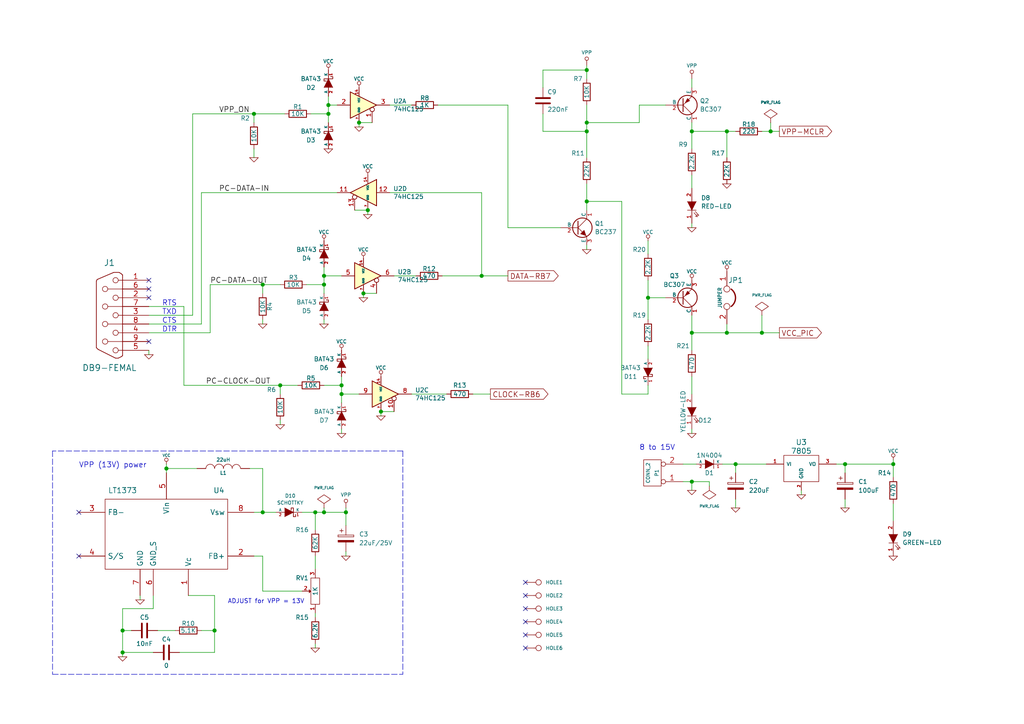
<source format=kicad_sch>
(kicad_sch (version 20240101) (generator "eeschema") (generator_version "8.99")
  (paper "A4")
  (title_block (title "JDM - COM84 PIC Programmer with 13V DC/DC converter") (date "Sun 22 Mar 2015") (rev "2") (company "KiCad"))
  (lib_symbols
    (symbol "flat_hierarchy_schlib:74LS125" (pin_names (offset 0.254))
      (property "Reference" "U" (at 5.08 3.81 0))
      (property "Value" "74LS125" (at 7.62 -2.54 0))
      (symbol "74LS125_0_0"
        (pin power_in line (at -1.27 5.08 270) (length 2.54) (name "VCC") (number "14"))
        (pin power_in line (at -1.27 -5.08 90) (length 2.54) (name "GND") (number "7"))
      )
      (symbol "74LS125_1_0"
        (polyline (pts (xy -3.81 3.81) (xy -3.81 -3.81) (xy 3.81 0) (xy -3.81 3.81)) (stroke (width 0.254)) (fill (type background)))
        (pin input inverted (at 2.54 -5.08 90) (length 4.445) (name "~") (number "1"))
        (pin input line (at -7.62 0 0) (length 3.81) (name "~") (number "2"))
        (pin tri_state line (at 7.62 0 180) (length 3.81) (name "~") (number "3"))
      )
      (symbol "74LS125_2_0"
        (polyline (pts (xy -3.81 3.81) (xy -3.81 -3.81) (xy 3.81 0) (xy -3.81 3.81)) (stroke (width 0.254)) (fill (type background)))
        (pin input inverted (at 2.54 -5.08 90) (length 4.445) (name "~") (number "4"))
        (pin input line (at -7.62 0 0) (length 3.81) (name "~") (number "5"))
        (pin tri_state line (at 7.62 0 180) (length 3.81) (name "~") (number "6"))
      )
      (symbol "74LS125_3_0"
        (polyline (pts (xy -3.81 3.81) (xy -3.81 -3.81) (xy 3.81 0) (xy -3.81 3.81)) (stroke (width 0.254)) (fill (type background)))
        (pin input inverted (at 2.54 -5.08 90) (length 4.445) (name "~") (number "10"))
        (pin tri_state line (at 7.62 0 180) (length 3.81) (name "~") (number "8"))
        (pin input line (at -7.62 0 0) (length 3.81) (name "~") (number "9"))
      )
      (symbol "74LS125_4_0"
        (polyline (pts (xy -3.81 3.81) (xy -3.81 -3.81) (xy 3.81 0) (xy -3.81 3.81)) (stroke (width 0.254)) (fill (type background)))
        (pin tri_state line (at 7.62 0 180) (length 3.81) (name "~") (number "11"))
        (pin input line (at -7.62 0 0) (length 3.81) (name "~") (number "12"))
        (pin input inverted (at 2.54 -5.08 90) (length 4.445) (name "~") (number "13"))
      )
    )
    (symbol "flat_hierarchy_schlib:7805" (pin_names (offset 0.762))
      (property "Reference" "U" (at 3.81 -4.9784 0))
      (property "Value" "7805" (at 0 5.08 0))
      (symbol "7805_0_1"
        (rectangle (start -5.08 -3.81) (end 5.08 3.81))
      )
      (symbol "7805_1_1"
        (pin input line (at -10.16 1.27 0) (length 5.08) (name "VI") (number "1"))
        (pin input line (at 0 -6.35 90) (length 2.54) (name "GND") (number "2"))
        (pin power_out line (at 10.16 1.27 180) (length 5.08) (name "VO") (number "3"))
      )
    )
    (symbol "flat_hierarchy_schlib:BC237" (pin_names (offset 0))
      (property "Reference" "Q" (at 0 -3.81 0))
      (property "Value" "BC237" (at 0 3.81 0))
      (property "Footprint" "Package_TO_SOT_THT:TO-92" (at -2.54 -5.08 0))
      (symbol "BC237_0_1"
        (polyline (pts (xy 0 0) (xy 2.54 2.54)))
        (polyline (pts (xy 0 1.905) (xy 0 -1.905) (xy 0 -1.905)) (stroke (width 0.254)))
        (polyline (pts (xy 1.27 -1.27) (xy 0 0) (xy 0 0)))
        (polyline (pts (xy 2.286 -2.286) (xy 2.54 -2.54) (xy 2.54 -2.54)))
        (polyline (pts (xy 2.286 -2.286) (xy 1.778 -0.762) (xy 0.762 -1.778) (xy 2.286 -2.286) (xy 2.286 -2.286)) (fill (type outline)))
        (circle (center 1.27 0) (radius 2.8194) (stroke (width 0.254)))
      )
      (symbol "BC237_1_1"
        (pin passive line (at 2.54 5.08 270) (length 2.54) (name "C") (number "1"))
        (pin input line (at -5.08 0 0) (length 5.08) (name "B") (number "2"))
        (pin passive line (at 2.54 -5.08 90) (length 2.54) (name "E") (number "3"))
      )
    )
    (symbol "flat_hierarchy_schlib:BC307" (pin_names (offset 0))
      (property "Reference" "Q" (at 0 -3.81 0))
      (property "Value" "BC307" (at 0 3.81 0))
      (property "Footprint" "Package_TO_SOT_THT:TO-92" (at -2.54 -5.08 0))
      (symbol "BC307_0_1"
        (polyline (pts (xy 0 0) (xy 2.54 2.54)))
        (polyline (pts (xy 0 1.905) (xy 0 -1.905) (xy 0 -1.905)) (stroke (width 0.254)) (fill (type outline)))
        (polyline (pts (xy 0.635 -0.635) (xy 0 0) (xy 0 0)))
        (polyline (pts (xy 2.54 -2.54) (xy 1.651 -1.651) (xy 1.651 -1.651)))
        (polyline (pts (xy 0.635 -0.635) (xy 1.27 -1.905) (xy 1.905 -1.27) (xy 0.635 -0.635) (xy 0.635 -0.635)) (fill (type outline)))
        (circle (center 1.27 0) (radius 2.8194) (stroke (width 0.254)))
      )
      (symbol "BC307_1_1"
        (pin passive line (at 2.54 5.08 270) (length 2.54) (name "C") (number "1"))
        (pin input line (at -5.08 0 0) (length 5.08) (name "B") (number "2"))
        (pin passive line (at 2.54 -5.08 90) (length 2.54) (name "E") (number "3"))
      )
    )
    (symbol "flat_hierarchy_schlib:C" (pin_numbers hide) (pin_names (offset 0.254))
      (property "Reference" "C" (at 0.635 2.54 0))
      (property "Value" "C" (at 0.635 -2.54 0))
      (symbol "C_0_1"
        (polyline (pts (xy -2.032 -0.762) (xy 2.032 -0.762)) (stroke (width 0.508)))
        (polyline (pts (xy -2.032 0.762) (xy 2.032 0.762)) (stroke (width 0.508)))
      )
      (symbol "C_1_1"
        (pin passive line (at 0 3.81 270) (length 2.794) (name "~") (number "1"))
        (pin passive line (at 0 -3.81 90) (length 2.794) (name "~") (number "2"))
      )
    )
    (symbol "flat_hierarchy_schlib:CONN_1" (pin_numbers hide) (pin_names (offset 0.762) hide)
      (property "Reference" "P" (at 2.032 0 0))
      (symbol "CONN_1_0_1"
        (polyline (pts (xy -0.762 0) (xy -1.27 0)))
        (circle (center 0 0) (radius 0.7874))
      )
      (symbol "CONN_1_1_1"
        (pin passive line (at -3.81 0 0) (length 2.54) (name "1") (number "~"))
      )
    )
    (symbol "flat_hierarchy_schlib:CONN_2" (pin_names (offset 1.016) hide)
      (property "Reference" "P" (at -1.27 0 90))
      (property "Value" "CONN_2" (at 1.27 0 90))
      (symbol "CONN_2_0_1"
        (rectangle (start -2.54 3.81) (end 2.54 -3.81))
      )
      (symbol "CONN_2_1_1"
        (pin passive inverted (at -8.89 2.54 0) (length 6.35) (name "P1") (number "1"))
        (pin passive inverted (at -8.89 -2.54 0) (length 6.35) (name "PM") (number "2"))
      )
    )
    (symbol "flat_hierarchy_schlib:CP" (pin_numbers hide) (pin_names (offset 0.254))
      (property "Reference" "C" (at 0.635 2.54 0))
      (property "Value" "CP" (at 0.635 -2.54 0))
      (symbol "CP_0_1"
        (rectangle (start -2.286 0.508) (end -2.286 1.016))
        (rectangle (start -2.286 0.508) (end 2.286 0.508))
        (rectangle (start -1.778 2.286) (end -0.762 2.286))
        (rectangle (start -1.27 1.778) (end -1.27 2.794))
        (rectangle (start 2.286 -0.508) (end -2.286 -1.016) (fill (type outline)))
        (rectangle (start 2.286 1.016) (end -2.286 1.016))
        (rectangle (start 2.286 1.016) (end 2.286 0.508))
      )
      (symbol "CP_1_1"
        (pin passive line (at 0 3.81 270) (length 2.794) (name "~") (number "1"))
        (pin passive line (at 0 -3.81 90) (length 2.794) (name "~") (number "2"))
      )
    )
    (symbol "flat_hierarchy_schlib:D" (pin_names (offset 0))
      (property "Reference" "D" (at 0 2.54 0))
      (property "Value" "D" (at 0 -2.54 0))
      (symbol "D_0_1"
        (polyline (pts (xy -1.27 1.27) (xy -1.27 -1.27)) (stroke (width 0.1524)))
        (polyline (pts (xy 1.27 1.27) (xy -1.27 0) (xy 1.27 -1.27)) (fill (type outline)))
      )
      (symbol "D_1_1"
        (pin passive line (at -3.81 0 0) (length 2.54) (name "K") (number "1"))
        (pin passive line (at 3.81 0 180) (length 2.54) (name "A") (number "2"))
      )
    )
    (symbol "flat_hierarchy_schlib:DB9" (pin_names (offset 1.016) hide)
      (property "Reference" "J" (at 0 13.97 0))
      (property "Value" "DB9" (at 0 -13.97 0))
      (symbol "DB9_0_1"
        (circle (center -1.778 -10.16) (radius 0.762))
        (circle (center -1.778 -5.08) (radius 0.762))
        (circle (center -1.778 0) (radius 0.762))
        (circle (center -1.778 5.08) (radius 0.762))
        (circle (center -1.778 10.16) (radius 0.762))
        (polyline (pts (xy -3.81 -11.684) (xy -3.81 11.684)) (stroke (width 0.2032)))
        (polyline (pts (xy -3.81 -11.6586) (xy -3.556 -11.938)) (stroke (width 0.2032)))
        (polyline (pts (xy -3.81 -10.16) (xy -2.54 -10.16)))
        (polyline (pts (xy -3.81 -7.62) (xy 0.508 -7.62)))
        (polyline (pts (xy -3.81 -5.08) (xy -2.54 -5.08)))
        (polyline (pts (xy -3.81 -2.54) (xy 0.508 -2.54)))
        (polyline (pts (xy -3.81 0) (xy -2.54 0)))
        (polyline (pts (xy -3.81 2.54) (xy 0.508 2.54)))
        (polyline (pts (xy -3.81 5.08) (xy -2.54 5.08)))
        (polyline (pts (xy -3.81 7.62) (xy 0.508 7.62)))
        (polyline (pts (xy -3.81 10.16) (xy -2.54 10.16)))
        (polyline (pts (xy -3.556 -11.938) (xy -2.794 -12.446)) (stroke (width 0.2032)))
        (polyline (pts (xy -3.556 11.938) (xy -3.81 11.684)) (stroke (width 0.2032)))
        (polyline (pts (xy -3.556 11.938) (xy -2.54 12.446)) (stroke (width 0.2032)))
        (polyline (pts (xy -2.794 -12.446) (xy -1.27 -12.446)) (stroke (width 0.2032)))
        (polyline (pts (xy -2.54 12.446) (xy -1.778 12.446)) (stroke (width 0.2032)))
        (polyline (pts (xy 3.2766 9.906) (xy -1.778 12.446)) (stroke (width 0.2032)))
        (polyline (pts (xy 3.2766 9.906) (xy 3.81 9.398)) (stroke (width 0.2032)))
        (polyline (pts (xy 3.556 -10.3886) (xy -1.27 -12.446)) (stroke (width 0.2032)))
        (polyline (pts (xy 3.81 -9.906) (xy 3.556 -10.3886)) (stroke (width 0.2032)))
        (polyline (pts (xy 3.81 9.398) (xy 3.81 -9.906)) (stroke (width 0.2032)))
        (circle (center 1.27 -7.62) (radius 0.762))
        (circle (center 1.27 -2.54) (radius 0.762))
        (circle (center 1.27 2.54) (radius 0.762))
        (circle (center 1.27 7.62) (radius 0.762))
      )
      (symbol "DB9_1_1"
        (pin passive line (at -11.43 -10.16 0) (length 7.62) (name "1") (number "1"))
        (pin passive line (at -11.43 -5.08 0) (length 7.62) (name "2") (number "2"))
        (pin passive line (at -11.43 0 0) (length 7.62) (name "3") (number "3"))
        (pin passive line (at -11.43 5.08 0) (length 7.62) (name "4") (number "4"))
        (pin passive line (at -11.43 10.16 0) (length 7.62) (name "5") (number "5"))
        (pin passive line (at -11.43 -7.62 0) (length 7.62) (name "P6") (number "6"))
        (pin passive line (at -11.43 -2.54 0) (length 7.62) (name "P7") (number "7"))
        (pin passive line (at -11.43 2.54 0) (length 7.62) (name "P8") (number "8"))
        (pin passive line (at -11.43 7.62 0) (length 7.62) (name "P9") (number "9"))
      )
    )
    (symbol "flat_hierarchy_schlib:D_Schottky" (pin_names (offset 0))
      (property "Reference" "D" (at 0 2.54 0))
      (property "Value" "D_Schottky" (at 0 -2.54 0))
      (symbol "D_Schottky_0_1"
        (polyline (pts (xy 1.27 1.27) (xy -1.27 0) (xy 1.27 -1.27)) (fill (type outline)))
        (polyline (pts (xy -1.905 0.635) (xy -1.905 1.27) (xy -1.27 1.27) (xy -1.27 -1.27) (xy -0.635 -1.27) (xy -0.635 -0.635)) (stroke (width 0.2032)))
      )
      (symbol "D_Schottky_1_1"
        (pin passive line (at -3.81 0 0) (length 2.54) (name "K") (number "1"))
        (pin passive line (at 3.81 0 180) (length 2.54) (name "A") (number "2"))
      )
    )
    (symbol "flat_hierarchy_schlib:GND" (power) (pin_names (offset 0))
      (symbol "GND_0_1"
        (polyline (pts (xy -1.27 0) (xy 0 -1.27) (xy 1.27 0) (xy -1.27 0)))
      )
      (symbol "GND_1_1"
        (pin power_in line (at 0 0 90) (length 0) hide (name "GND") (number "1"))
      )
    )
    (symbol "flat_hierarchy_schlib:INDUCTOR" (pin_numbers hide) (pin_names (offset 1.016) hide)
      (property "Reference" "L" (at -1.27 0 90))
      (property "Value" "INDUCTOR" (at 2.54 0 90))
      (symbol "INDUCTOR_0_1"
        (arc (start 0.0254 -5.0546) (mid 1.245 -3.7973) (end 0.0254 -2.54))
        (arc (start 0.0254 -2.5146) (mid 1.2704 -1.2319) (end 0.0254 0.0508))
        (arc (start 0.0254 0.0254) (mid 1.2704 1.3081) (end 0.0254 2.5908))
        (arc (start 0.0254 2.5654) (mid 1.1942 3.7719) (end 0.0254 4.9784))
      )
      (symbol "INDUCTOR_1_1"
        (pin passive line (at 0 7.62 270) (length 2.54) (name "1") (number "1"))
        (pin passive line (at 0 -7.62 90) (length 2.54) (name "2") (number "2"))
      )
    )
    (symbol "flat_hierarchy_schlib:JUMPER" (pin_names (offset 0.762) hide)
      (property "Reference" "JP" (at 0 3.81 0))
      (property "Value" "JUMPER" (at 0 -2.032 0))
      (symbol "JUMPER_0_1"
        (circle (center -2.54 0) (radius 0.889))
        (arc (start 2.5146 1.27) (mid 0.0127 2.5097) (end -2.4892 1.27) (stroke (width 0.381)))
        (circle (center 2.54 0) (radius 0.889))
        (pin passive line (at -7.62 0 0) (length 4.191) (name "1") (number "1"))
        (pin passive line (at 7.62 0 180) (length 4.191) (name "2") (number "2"))
      )
    )
    (symbol "flat_hierarchy_schlib:LED" (pin_names (offset 1.016) hide)
      (property "Reference" "D" (at 0 2.54 0))
      (property "Value" "LED" (at 0 -2.54 0))
      (symbol "LED_0_1"
        (polyline (pts (xy -1.27 1.27) (xy -1.27 -1.27)))
        (polyline (pts (xy -2.032 -0.635) (xy -3.175 -1.651) (xy -3.048 -1.016)))
        (polyline (pts (xy -1.651 -1.016) (xy -2.794 -2.032) (xy -2.667 -1.397)))
        (polyline (pts (xy 1.27 1.27) (xy -1.27 0) (xy 1.27 -1.27)) (fill (type outline)))
      )
      (symbol "LED_1_1"
        (pin passive line (at -5.08 0 0) (length 3.81) (name "K") (number "1"))
        (pin passive line (at 5.08 0 180) (length 3.81) (name "A") (number "2"))
      )
    )
    (symbol "flat_hierarchy_schlib:LT1373" (pin_names (offset 0.762))
      (property "Reference" "U" (at 15.24 12.7 0))
      (property "Value" "LT1373" (at -12.7 12.7 0))
      (symbol "LT1373_0_1"
        (rectangle (start -17.78 -10.16) (end 17.78 10.16))
      )
      (symbol "LT1373_1_1"
        (pin input line (at 6.35 -17.78 90) (length 7.62) (name "Vc") (number "1"))
        (pin input line (at 25.4 -6.35 180) (length 7.62) (name "FB+") (number "2"))
        (pin passive line (at -25.4 6.35 0) (length 7.62) (name "FB-") (number "3"))
        (pin passive line (at -25.4 -6.35 0) (length 7.62) (name "S/S") (number "4"))
        (pin power_in line (at 0 17.78 270) (length 7.62) (name "Vin") (number "5"))
        (pin input line (at -3.81 -17.78 90) (length 7.62) (name "GND_S") (number "6"))
        (pin input line (at -7.62 -17.78 90) (length 7.62) (name "GND") (number "7"))
        (pin input line (at 25.4 6.35 180) (length 7.62) (name "Vsw") (number "8"))
      )
    )
    (symbol "flat_hierarchy_schlib:POT" (pin_names (offset 1.016) hide)
      (property "Reference" "RV" (at 0 -2.54 0))
      (property "Value" "POT" (at 0 0 0))
      (symbol "POT_0_1"
        (rectangle (start -3.81 1.27) (end 3.81 -1.27))
        (polyline (pts (xy 0 1.27) (xy -0.508 1.778) (xy 0.508 1.778)) (fill (type outline)))
      )
      (symbol "POT_1_1"
        (pin passive line (at -6.35 0 0) (length 2.54) (name "1") (number "1"))
        (pin passive line (at 0 3.81 270) (length 2.032) (name "2") (number "2"))
        (pin passive line (at 6.35 0 180) (length 2.54) (name "3") (number "3"))
      )
    )
    (symbol "flat_hierarchy_schlib:PWR_FLAG" (power) (pin_numbers hide) (pin_names (offset 0) hide)
      (property "Value" "PWR_FLAG" (at 0 4.572 0))
      (symbol "PWR_FLAG_0_0"
        (pin power_out line (at 0 0 90) (length 0) (name "pwr") (number "1"))
      )
      (symbol "PWR_FLAG_0_1"
        (polyline (pts (xy 0 0) (xy 0 1.27) (xy -1.905 2.54) (xy 0 3.81) (xy 1.905 2.54) (xy 0 1.27)))
      )
    )
    (symbol "flat_hierarchy_schlib:R" (pin_numbers hide) (pin_names (offset 0))
      (property "Reference" "R" (at 2.032 0 90))
      (property "Value" "R" (at 0 0 90))
      (symbol "R_0_1"
        (rectangle (start -1.016 -2.54) (end 1.016 2.54) (stroke (width 0.254)))
      )
      (symbol "R_1_1"
        (pin passive line (at 0 3.81 270) (length 1.27) (name "~") (number "1"))
        (pin passive line (at 0 -3.81 90) (length 1.27) (name "~") (number "2"))
      )
    )
    (symbol "flat_hierarchy_schlib:VCC" (power) (pin_names (offset 0))
      (property "Value" "VCC" (at 0 2.54 0))
      (symbol "VCC_0_0"
        (pin power_in line (at 0 0 90) (length 0) hide (name "VCC") (number "1"))
      )
      (symbol "VCC_0_1"
        (polyline (pts (xy 0 0) (xy 0 0.762) (xy 0 0.762)))
        (circle (center 0 1.27) (radius 0.508))
      )
    )
    (symbol "flat_hierarchy_schlib:VPP" (pin_names (offset 0))
      (property "Value" "VPP" (at 0 3.81 0))
      (symbol "VPP_0_0"
        (pin power_in line (at 0 0 90) (length 0) hide (name "VPP") (number "1"))
      )
      (symbol "VPP_0_1"
        (polyline (pts (xy 0 1.524) (xy 0 0)))
        (circle (center 0 2.032) (radius 0.508))
      )
    )
  )
  (junction (at 76.2 82.55) (diameter 1.016))
  (junction (at 200.66 139.7) (diameter 1.016))
  (junction (at 95.25 30.48) (diameter 1.016))
  (junction (at 110.49 119.38) (diameter 1.016))
  (junction (at 210.82 38.1) (diameter 1.016))
  (junction (at 210.82 96.52) (diameter 1.016))
  (junction (at 170.18 20.32) (diameter 1.016))
  (junction (at 139.7 80.01) (diameter 1.016))
  (junction (at 259.08 134.62) (diameter 1.016))
  (junction (at 170.18 58.42) (diameter 1.016))
  (junction (at 93.98 80.01) (diameter 1.016))
  (junction (at 170.18 35.56) (diameter 1.016))
  (junction (at 200.66 38.1) (diameter 1.016))
  (junction (at 62.23 182.88) (diameter 1.016))
  (junction (at 93.98 148.59) (diameter 1.016))
  (junction (at 99.06 114.3) (diameter 1.016))
  (junction (at 223.52 38.1) (diameter 1.016))
  (junction (at 35.56 189.23) (diameter 1.016))
  (junction (at 245.11 134.62) (diameter 1.016))
  (junction (at 48.26 135.89) (diameter 1.016))
  (junction (at 76.2 148.59) (diameter 1.016))
  (junction (at 220.98 96.52) (diameter 1.016))
  (junction (at 105.41 85.09) (diameter 1.016))
  (junction (at 73.66 33.02) (diameter 1.016))
  (junction (at 81.28 111.76) (diameter 1.016))
  (junction (at 93.98 82.55) (diameter 1.016))
  (junction (at 187.96 86.36) (diameter 1.016))
  (junction (at 213.36 134.62) (diameter 1.016))
  (junction (at 35.56 182.88) (diameter 1.016))
  (junction (at 170.18 38.1) (diameter 1.016))
  (junction (at 104.14 35.56) (diameter 1.016))
  (junction (at 95.25 33.02) (diameter 1.016))
  (junction (at 200.66 96.52) (diameter 1.016))
  (junction (at 99.06 111.76) (diameter 1.016))
  (junction (at 100.33 148.59) (diameter 1.016))
  (junction (at 106.68 60.96) (diameter 1.016))
  (junction (at 91.44 148.59) (diameter 1.016))
  (no_connect (at 152.4 184.15))
  (no_connect (at 43.18 81.28))
  (no_connect (at 22.86 161.29))
  (no_connect (at 152.4 172.72))
  (no_connect (at 152.4 176.53))
  (no_connect (at 152.4 187.96))
  (no_connect (at 22.86 148.59))
  (no_connect (at 152.4 180.34))
  (no_connect (at 152.4 168.91))
  (no_connect (at 43.18 83.82))
  (no_connect (at 43.18 86.36))
  (no_connect (at 43.18 99.06))
  (wire (pts (xy 113.03 30.48) (xy 119.38 30.48)))
  (wire (pts (xy 220.98 38.1) (xy 223.52 38.1)))
  (wire (pts (xy 200.66 109.22) (xy 200.66 114.3)))
  (wire (pts (xy 93.98 111.76) (xy 99.06 111.76)))
  (wire (pts (xy 53.34 88.9) (xy 43.18 88.9)))
  (wire (pts (xy 102.87 60.96) (xy 106.68 60.96)))
  (wire (pts (xy 35.56 189.23) (xy 35.56 190.5)))
  (wire (pts (xy 87.63 148.59) (xy 91.44 148.59)))
  (wire (pts (xy 139.7 80.01) (xy 147.32 80.01)))
  (wire (pts (xy 73.66 148.59) (xy 76.2 148.59)))
  (wire (pts (xy 76.2 82.55) (xy 81.28 82.55)))
  (wire (pts (xy 210.82 38.1) (xy 213.36 38.1)))
  (wire (pts (xy 81.28 114.3) (xy 81.28 111.76)))
  (wire (pts (xy 73.66 45.72) (xy 73.66 43.18)))
  (wire (pts (xy 55.88 33.02) (xy 73.66 33.02)))
  (wire (pts (xy 245.11 134.62) (xy 245.11 137.16)))
  (polyline (pts (xy 15.24 195.58) (xy 116.84 195.58)) (stroke (width 0) (type dash)))
  (wire (pts (xy 110.49 120.65) (xy 110.49 119.38)))
  (wire (pts (xy 93.98 77.47) (xy 93.98 80.01)))
  (wire (pts (xy 200.66 96.52) (xy 200.66 101.6)))
  (wire (pts (xy 105.41 85.09) (xy 105.41 86.36)))
  (wire (pts (xy 187.96 86.36) (xy 187.96 92.71)))
  (wire (pts (xy 180.34 114.3) (xy 180.34 58.42)))
  (wire (pts (xy 200.66 124.46) (xy 200.66 125.73)))
  (wire (pts (xy 93.98 82.55) (xy 93.98 85.09)))
  (wire (pts (xy 210.82 96.52) (xy 220.98 96.52)))
  (wire (pts (xy 187.96 81.28) (xy 187.96 86.36)))
  (wire (pts (xy 100.33 161.29) (xy 100.33 160.02)))
  (wire (pts (xy 99.06 111.76) (xy 99.06 114.3)))
  (wire (pts (xy 245.11 144.78) (xy 245.11 147.32)))
  (wire (pts (xy 58.42 55.88) (xy 97.79 55.88)))
  (wire (pts (xy 76.2 148.59) (xy 80.01 148.59)))
  (wire (pts (xy 232.41 143.51) (xy 232.41 142.24)))
  (wire (pts (xy 200.66 38.1) (xy 200.66 43.18)))
  (wire (pts (xy 200.66 50.8) (xy 200.66 54.61)))
  (wire (pts (xy 62.23 172.72) (xy 62.23 182.88)))
  (wire (pts (xy 58.42 182.88) (xy 62.23 182.88)))
  (wire (pts (xy 91.44 161.29) (xy 91.44 165.1)))
  (wire (pts (xy 170.18 30.48) (xy 170.18 35.56)))
  (wire (pts (xy 60.96 82.55) (xy 60.96 96.52)))
  (wire (pts (xy 60.96 96.52) (xy 43.18 96.52)))
  (wire (pts (xy 73.66 35.56) (xy 73.66 33.02)))
  (wire (pts (xy 110.49 119.38) (xy 114.3 119.38)))
  (wire (pts (xy 95.25 30.48) (xy 95.25 33.02)))
  (wire (pts (xy 170.18 53.34) (xy 170.18 58.42)))
  (wire (pts (xy 76.2 92.71) (xy 76.2 93.98)))
  (wire (pts (xy 185.42 30.48) (xy 185.42 35.56)))
  (wire (pts (xy 259.08 134.62) (xy 259.08 138.43)))
  (wire (pts (xy 100.33 147.32) (xy 100.33 148.59)))
  (wire (pts (xy 223.52 35.56) (xy 223.52 38.1)))
  (wire (pts (xy 91.44 148.59) (xy 91.44 153.67)))
  (wire (pts (xy 93.98 147.32) (xy 93.98 148.59)))
  (wire (pts (xy 223.52 38.1) (xy 226.06 38.1)))
  (wire (pts (xy 53.34 111.76) (xy 53.34 88.9)))
  (wire (pts (xy 62.23 182.88) (xy 62.23 189.23)))
  (wire (pts (xy 95.25 27.94) (xy 95.25 30.48)))
  (wire (pts (xy 99.06 125.73) (xy 99.06 124.46)))
  (wire (pts (xy 90.17 33.02) (xy 95.25 33.02)))
  (wire (pts (xy 35.56 182.88) (xy 38.1 182.88)))
  (wire (pts (xy 35.56 176.53) (xy 35.56 182.88)))
  (wire (pts (xy 187.96 114.3) (xy 180.34 114.3)))
  (wire (pts (xy 245.11 134.62) (xy 259.08 134.62)))
  (wire (pts (xy 99.06 109.22) (xy 99.06 111.76)))
  (wire (pts (xy 76.2 135.89) (xy 76.2 148.59)))
  (wire (pts (xy 209.55 134.62) (xy 213.36 134.62)))
  (wire (pts (xy 242.57 134.62) (xy 245.11 134.62)))
  (wire (pts (xy 95.25 30.48) (xy 97.79 30.48)))
  (wire (pts (xy 104.14 35.56) (xy 107.95 35.56)))
  (wire (pts (xy 157.48 33.02) (xy 157.48 38.1)))
  (wire (pts (xy 44.45 176.53) (xy 35.56 176.53)))
  (wire (pts (xy 44.45 172.72) (xy 44.45 176.53)))
  (wire (pts (xy 210.82 96.52) (xy 210.82 93.98)))
  (wire (pts (xy 127 30.48) (xy 147.32 30.48)))
  (wire (pts (xy 88.9 82.55) (xy 93.98 82.55)))
  (wire (pts (xy 100.33 148.59) (xy 100.33 152.4)))
  (wire (pts (xy 193.04 30.48) (xy 185.42 30.48)))
  (wire (pts (xy 170.18 38.1) (xy 170.18 45.72)))
  (wire (pts (xy 220.98 96.52) (xy 220.98 91.44)))
  (wire (pts (xy 198.12 139.7) (xy 200.66 139.7)))
  (wire (pts (xy 205.74 139.7) (xy 205.74 140.97)))
  (wire (pts (xy 170.18 20.32) (xy 170.18 22.86)))
  (wire (pts (xy 200.66 96.52) (xy 210.82 96.52)))
  (wire (pts (xy 170.18 58.42) (xy 170.18 60.96)))
  (wire (pts (xy 95.25 33.02) (xy 95.25 35.56)))
  (wire (pts (xy 113.03 55.88) (xy 139.7 55.88)))
  (wire (pts (xy 200.66 38.1) (xy 210.82 38.1)))
  (wire (pts (xy 73.66 161.29) (xy 76.2 161.29)))
  (polyline (pts (xy 15.24 130.81) (xy 15.24 195.58)) (stroke (width 0) (type dash)))
  (wire (pts (xy 48.26 134.62) (xy 48.26 135.89)))
  (wire (pts (xy 200.66 91.44) (xy 200.66 96.52)))
  (wire (pts (xy 91.44 177.8) (xy 91.44 179.07)))
  (wire (pts (xy 200.66 35.56) (xy 200.66 38.1)))
  (wire (pts (xy 147.32 30.48) (xy 147.32 66.04)))
  (wire (pts (xy 170.18 19.05) (xy 170.18 20.32)))
  (wire (pts (xy 185.42 35.56) (xy 170.18 35.56)))
  (wire (pts (xy 198.12 134.62) (xy 201.93 134.62)))
  (wire (pts (xy 55.88 33.02) (xy 55.88 91.44)))
  (wire (pts (xy 91.44 187.96) (xy 91.44 186.69)))
  (polyline (pts (xy 116.84 130.81) (xy 15.24 130.81)) (stroke (width 0) (type dash)))
  (wire (pts (xy 53.34 111.76) (xy 81.28 111.76)))
  (wire (pts (xy 104.14 114.3) (xy 99.06 114.3)))
  (wire (pts (xy 114.3 80.01) (xy 120.65 80.01)))
  (wire (pts (xy 157.48 25.4) (xy 157.48 20.32)))
  (wire (pts (xy 52.07 189.23) (xy 62.23 189.23)))
  (wire (pts (xy 91.44 148.59) (xy 93.98 148.59)))
  (wire (pts (xy 200.66 25.4) (xy 200.66 22.86)))
  (wire (pts (xy 139.7 55.88) (xy 139.7 80.01)))
  (wire (pts (xy 119.38 114.3) (xy 129.54 114.3)))
  (wire (pts (xy 106.68 62.23) (xy 106.68 60.96)))
  (wire (pts (xy 58.42 93.98) (xy 58.42 55.88)))
  (wire (pts (xy 187.96 69.85) (xy 187.96 73.66)))
  (wire (pts (xy 259.08 146.05) (xy 259.08 151.13)))
  (wire (pts (xy 73.66 33.02) (xy 82.55 33.02)))
  (wire (pts (xy 93.98 148.59) (xy 100.33 148.59)))
  (wire (pts (xy 142.24 114.3) (xy 137.16 114.3)))
  (wire (pts (xy 105.41 85.09) (xy 109.22 85.09)))
  (wire (pts (xy 259.08 133.35) (xy 259.08 134.62)))
  (wire (pts (xy 157.48 20.32) (xy 170.18 20.32)))
  (wire (pts (xy 60.96 82.55) (xy 76.2 82.55)))
  (wire (pts (xy 193.04 86.36) (xy 187.96 86.36)))
  (wire (pts (xy 128.27 80.01) (xy 139.7 80.01)))
  (wire (pts (xy 45.72 182.88) (xy 50.8 182.88)))
  (wire (pts (xy 147.32 66.04) (xy 162.56 66.04)))
  (wire (pts (xy 170.18 58.42) (xy 180.34 58.42)))
  (wire (pts (xy 200.66 64.77) (xy 200.66 66.04)))
  (wire (pts (xy 213.36 144.78) (xy 213.36 147.32)))
  (wire (pts (xy 48.26 135.89) (xy 57.15 135.89)))
  (wire (pts (xy 93.98 80.01) (xy 93.98 82.55)))
  (wire (pts (xy 213.36 134.62) (xy 213.36 137.16)))
  (wire (pts (xy 187.96 111.76) (xy 187.96 114.3)))
  (wire (pts (xy 76.2 82.55) (xy 76.2 85.09)))
  (wire (pts (xy 187.96 100.33) (xy 187.96 104.14)))
  (wire (pts (xy 93.98 93.98) (xy 93.98 92.71)))
  (polyline (pts (xy 116.84 130.81) (xy 116.84 195.58)) (stroke (width 0) (type dash)))
  (wire (pts (xy 99.06 80.01) (xy 93.98 80.01)))
  (wire (pts (xy 81.28 123.19) (xy 81.28 121.92)))
  (wire (pts (xy 76.2 171.45) (xy 87.63 171.45)))
  (wire (pts (xy 55.88 91.44) (xy 43.18 91.44)))
  (wire (pts (xy 54.61 172.72) (xy 62.23 172.72)))
  (wire (pts (xy 170.18 35.56) (xy 170.18 38.1)))
  (wire (pts (xy 200.66 139.7) (xy 205.74 139.7)))
  (wire (pts (xy 72.39 135.89) (xy 76.2 135.89)))
  (wire (pts (xy 43.18 102.87) (xy 43.18 101.6)))
  (wire (pts (xy 200.66 142.24) (xy 200.66 139.7)))
  (wire (pts (xy 76.2 161.29) (xy 76.2 171.45)))
  (wire (pts (xy 104.14 36.83) (xy 104.14 35.56)))
  (wire (pts (xy 35.56 182.88) (xy 35.56 189.23)))
  (wire (pts (xy 81.28 111.76) (xy 86.36 111.76)))
  (wire (pts (xy 43.18 93.98) (xy 58.42 93.98)))
  (wire (pts (xy 99.06 114.3) (xy 99.06 116.84)))
  (wire (pts (xy 40.64 173.99) (xy 40.64 172.72)))
  (wire (pts (xy 220.98 96.52) (xy 226.06 96.52)))
  (wire (pts (xy 170.18 72.39) (xy 170.18 71.12)))
  (wire (pts (xy 157.48 38.1) (xy 170.18 38.1)))
  (wire (pts (xy 213.36 134.62) (xy 222.25 134.62)))
  (wire (pts (xy 35.56 189.23) (xy 44.45 189.23)))
  (wire (pts (xy 48.26 135.89) (xy 48.26 137.16)))
  (wire (pts (xy 210.82 38.1) (xy 210.82 45.72)))
  (text "TXD" (at 46.99 91.44 0) (effects (font (size 1.524 1.524)) (justify left bottom)))
  (text "CTS" (at 46.99 93.98 0) (effects (font (size 1.524 1.524)) (justify left bottom)))
  (text "DTR" (at 46.99 96.52 0) (effects (font (size 1.524 1.524)) (justify left bottom)))
  (text "VPP (13V) power" (at 22.86 135.89 0) (effects (font (size 1.524 1.524)) (justify left bottom)))
  (text "ADJUST for VPP = 13V" (at 66.04 175.26 0) (effects (font (size 1.27 1.27)) (justify left bottom)))
  (text "RTS" (at 46.99 88.9 0) (effects (font (size 1.524 1.524)) (justify left bottom)))
  (text "8 to 15V" (at 185.42 130.81 0) (effects (font (size 1.524 1.524)) (justify left bottom)))
  (label "PC-CLOCK-OUT" (at 59.69 111.76 0) (effects (font (size 1.524 1.524))))
  (label "PC-DATA-OUT" (at 60.96 82.55 0) (effects (font (size 1.524 1.524))))
  (label "VPP_ON" (at 63.5 33.02 0) (effects (font (size 1.524 1.524))))
  (label "PC-DATA-IN" (at 63.5 55.88 0) (effects (font (size 1.524 1.524))))
  (global_label "VCC_PIC" (shape output) (at 226.06 96.52 0) (effects (font (size 1.524 1.524))) (property "Intersheetrefs" "${INTERSHEET_REFS}" (at 238.1307 96.52 0) (effects (justify left))))
  (global_label "CLOCK-RB6" (shape output) (at 142.24 114.3 0) (effects (font (size 1.524 1.524))) (property "Intersheetrefs" "${INTERSHEET_REFS}" (at 158.8102 114.3 0) (effects (justify left))))
  (global_label "VPP-MCLR" (shape output) (at 226.06 38.1 0) (effects (font (size 1.524 1.524))) (property "Intersheetrefs" "${INTERSHEET_REFS}" (at 241.1062 38.1 0) (effects (justify left))))
  (global_label "DATA-RB7" (shape output) (at 147.32 80.01 0) (effects (font (size 1.524 1.524))) (property "Intersheetrefs" "${INTERSHEET_REFS}" (at 161.7856 80.01 0) (effects (justify left))))
  (symbol (lib_id "flat_hierarchy_schlib:DB9") (at 31.75 91.44 180) (unit 1)
    (property "Reference" "J1" (at 31.75 76.2 0) (effects (font (size 1.778 1.778))))
    (property "Value" "DB9-FEMAL" (at 31.75 106.68 0) (effects (font (size 1.778 1.778))))
    (property "Footprint" "Connector_Dsub:DSUB-9_Female_Horizontal_P2.77x2.84mm_EdgePinOffset7.70mm_Housed_MountingHolesOffset9.12mm" (effects (hide yes)))
  )
  (symbol (lib_id "flat_hierarchy_schlib:74LS125") (at 105.41 30.48 0) (unit 1)
    (property "Reference" "U2" (at 114.0461 29.3306 0) (effects (justify left)))
    (property "Value" "74HC125" (at 114.0461 31.6293 0) (effects (justify left)))
    (property "Footprint" "Package_DIP:DIP-14_W7.62mm_LongPads" (effects (hide yes)))
  )
  (symbol (lib_id "flat_hierarchy_schlib:R") (at 86.36 33.02 90) (unit 1)
    (property "Reference" "R1" (at 86.36 30.988 90))
    (property "Value" "10K" (at 86.36 33.02 90))
    (property "Footprint" "pic_programmer_fp:R_Axial_DIN0207_L6.3mm_D2.5mm_P10.16mm_Horizontal" (effects (hide yes)))
  )
  (symbol (lib_id "flat_hierarchy_schlib:R") (at 73.66 39.37 0) (unit 1)
    (property "Reference" "R2" (at 71.12 34.29 0))
    (property "Value" "10K" (at 73.66 39.37 90))
    (property "Footprint" "pic_programmer_fp:R_Axial_DIN0207_L6.3mm_D2.5mm_P10.16mm_Horizontal" (effects (hide yes)))
  )
  (symbol (lib_id "flat_hierarchy_schlib:D_Schottky") (at 95.25 24.13 270) (unit 1)
    (property "Reference" "D2" (at 90.17 25.4 90))
    (property "Value" "BAT43" (at 90.17 22.86 90))
    (property "Footprint" "pic_programmer_fp:D_DO-35_SOD27_P7.62mm_Horizontal" (effects (hide yes)))
  )
  (symbol (lib_id "flat_hierarchy_schlib:D_Schottky") (at 95.25 39.37 270) (unit 1)
    (property "Reference" "D3" (at 90.17 40.64 90))
    (property "Value" "BAT43" (at 90.17 38.1 90))
    (property "Footprint" "pic_programmer_fp:D_DO-35_SOD27_P7.62mm_Horizontal" (effects (hide yes)))
  )
  (symbol (lib_id "flat_hierarchy_schlib:GND") (at 104.14 36.83 0) (unit 1)
    (property "Reference" "#PWR046" (effects (hide yes)))
    (property "Value" "GND" (effects (hide yes)))
  )
  (symbol (lib_id "flat_hierarchy_schlib:GND") (at 95.25 43.18 0) (unit 1)
    (property "Reference" "#PWR045" (effects (hide yes)))
    (property "Value" "GND" (effects (hide yes)))
  )
  (symbol (lib_id "flat_hierarchy_schlib:VCC") (at 95.25 20.32 0) (unit 1)
    (property "Reference" "#PWR044" (effects (hide yes)))
    (property "Value" "VCC" (at 95.25 17.78 0) (effects (font (size 1.016 1.016))))
  )
  (symbol (lib_id "flat_hierarchy_schlib:74LS125") (at 106.68 80.01 0) (unit 2)
    (property "Reference" "U2" (at 115.3161 78.8606 0) (effects (justify left)))
    (property "Value" "74HC125" (at 115.3161 81.1593 0) (effects (justify left)))
    (property "Footprint" "Package_DIP:DIP-14_W7.62mm_LongPads" (effects (hide yes)))
  )
  (symbol (lib_id "flat_hierarchy_schlib:R") (at 85.09 82.55 90) (unit 1)
    (property "Reference" "R3" (at 85.09 80.518 90))
    (property "Value" "10K" (at 85.09 82.55 90))
    (property "Footprint" "pic_programmer_fp:R_Axial_DIN0207_L6.3mm_D2.5mm_P10.16mm_Horizontal" (effects (hide yes)))
  )
  (symbol (lib_id "flat_hierarchy_schlib:R") (at 76.2 88.9 0) (unit 1)
    (property "Reference" "R4" (at 78.232 88.9 90))
    (property "Value" "10K" (at 76.2 88.9 90))
    (property "Footprint" "pic_programmer_fp:R_Axial_DIN0207_L6.3mm_D2.5mm_P10.16mm_Horizontal" (effects (hide yes)))
  )
  (symbol (lib_id "flat_hierarchy_schlib:D_Schottky") (at 93.98 73.66 270) (unit 1)
    (property "Reference" "D4" (at 88.9 74.93 90))
    (property "Value" "BAT43" (at 88.9 72.39 90))
    (property "Footprint" "pic_programmer_fp:D_DO-35_SOD27_P7.62mm_Horizontal" (effects (hide yes)))
  )
  (symbol (lib_id "flat_hierarchy_schlib:D_Schottky") (at 93.98 88.9 270) (unit 1)
    (property "Reference" "D5" (at 88.9 90.17 90))
    (property "Value" "BAT43" (at 88.9 87.63 90))
    (property "Footprint" "pic_programmer_fp:D_DO-35_SOD27_P7.62mm_Horizontal" (effects (hide yes)))
  )
  (symbol (lib_id "flat_hierarchy_schlib:GND") (at 105.41 86.36 0) (unit 1)
    (property "Reference" "#PWR043" (effects (hide yes)))
    (property "Value" "GND" (effects (hide yes)))
  )
  (symbol (lib_id "flat_hierarchy_schlib:GND") (at 93.98 93.98 0) (unit 1)
    (property "Reference" "#PWR042" (effects (hide yes)))
    (property "Value" "GND" (effects (hide yes)))
  )
  (symbol (lib_id "flat_hierarchy_schlib:VCC") (at 93.98 69.85 0) (unit 1)
    (property "Reference" "#PWR041" (effects (hide yes)))
    (property "Value" "VCC" (at 93.98 67.31 0) (effects (font (size 1.016 1.016))))
  )
  (symbol (lib_id "flat_hierarchy_schlib:74LS125") (at 111.76 114.3 0) (unit 3)
    (property "Reference" "U2" (at 120.3961 113.1506 0) (effects (justify left)))
    (property "Value" "74HC125" (at 120.3961 115.4493 0) (effects (justify left)))
    (property "Footprint" "Package_DIP:DIP-14_W7.62mm_LongPads" (effects (hide yes)))
  )
  (symbol (lib_id "flat_hierarchy_schlib:R") (at 90.17 111.76 90) (unit 1)
    (property "Reference" "R5" (at 90.17 109.728 90))
    (property "Value" "10K" (at 90.17 111.76 90))
    (property "Footprint" "pic_programmer_fp:R_Axial_DIN0207_L6.3mm_D2.5mm_P10.16mm_Horizontal" (effects (hide yes)))
  )
  (symbol (lib_id "flat_hierarchy_schlib:R") (at 81.28 118.11 0) (unit 1)
    (property "Reference" "R6" (at 78.74 113.03 0))
    (property "Value" "10K" (at 81.28 118.11 90))
    (property "Footprint" "pic_programmer_fp:R_Axial_DIN0207_L6.3mm_D2.5mm_P10.16mm_Horizontal" (effects (hide yes)))
  )
  (symbol (lib_id "flat_hierarchy_schlib:D_Schottky") (at 99.06 105.41 270) (unit 1)
    (property "Reference" "D6" (at 93.98 106.68 90))
    (property "Value" "BAT43" (at 93.98 104.14 90))
    (property "Footprint" "pic_programmer_fp:D_DO-35_SOD27_P7.62mm_Horizontal" (effects (hide yes)))
  )
  (symbol (lib_id "flat_hierarchy_schlib:D_Schottky") (at 99.06 120.65 270) (unit 1)
    (property "Reference" "D7" (at 93.98 121.92 90))
    (property "Value" "BAT43" (at 93.98 119.38 90))
    (property "Footprint" "pic_programmer_fp:D_DO-35_SOD27_P7.62mm_Horizontal" (effects (hide yes)))
  )
  (symbol (lib_id "flat_hierarchy_schlib:GND") (at 110.49 120.65 0) (unit 1)
    (property "Reference" "#PWR040" (effects (hide yes)))
    (property "Value" "GND" (effects (hide yes)))
  )
  (symbol (lib_id "flat_hierarchy_schlib:GND") (at 99.06 125.73 0) (unit 1)
    (property "Reference" "#PWR039" (effects (hide yes)))
    (property "Value" "GND" (effects (hide yes)))
  )
  (symbol (lib_id "flat_hierarchy_schlib:VCC") (at 99.06 101.6 0) (unit 1)
    (property "Reference" "#PWR038" (effects (hide yes)))
    (property "Value" "VCC" (at 99.06 99.06 0) (effects (font (size 1.016 1.016))))
  )
  (symbol (lib_id "flat_hierarchy_schlib:74LS125") (at 105.41 55.88 0) (mirror y) (unit 4)
    (property "Reference" "U2" (at 114.0461 54.7306 0) (effects (justify right)))
    (property "Value" "74HC125" (at 114.0461 57.0293 0) (effects (justify right)))
    (property "Footprint" "Package_DIP:DIP-14_W7.62mm_LongPads" (effects (hide yes)))
  )
  (symbol (lib_id "flat_hierarchy_schlib:GND") (at 106.68 62.23 0) (unit 1)
    (property "Reference" "#PWR037" (effects (hide yes)))
    (property "Value" "GND" (effects (hide yes)))
  )
  (symbol (lib_id "flat_hierarchy_schlib:R") (at 124.46 80.01 90) (unit 1)
    (property "Reference" "R12" (at 124.46 77.978 90))
    (property "Value" "470" (at 124.46 80.01 90))
    (property "Footprint" "pic_programmer_fp:R_Axial_DIN0207_L6.3mm_D2.5mm_P10.16mm_Horizontal" (effects (hide yes)))
  )
  (symbol (lib_id "flat_hierarchy_schlib:R") (at 133.35 114.3 90) (unit 1)
    (property "Reference" "R13" (at 133.35 111.76 90))
    (property "Value" "470" (at 133.35 114.3 90))
    (property "Footprint" "pic_programmer_fp:R_Axial_DIN0207_L6.3mm_D2.5mm_P10.16mm_Horizontal" (effects (hide yes)))
  )
  (symbol (lib_id "flat_hierarchy_schlib:R") (at 123.19 30.48 90) (unit 1)
    (property "Reference" "R8" (at 123.19 28.448 90))
    (property "Value" "1K" (at 123.19 30.48 90))
    (property "Footprint" "pic_programmer_fp:R_Axial_DIN0207_L6.3mm_D2.5mm_P10.16mm_Horizontal" (effects (hide yes)))
  )
  (symbol (lib_id "flat_hierarchy_schlib:GND") (at 76.2 93.98 0) (unit 1)
    (property "Reference" "#PWR036" (effects (hide yes)))
    (property "Value" "GND" (effects (hide yes)))
  )
  (symbol (lib_id "flat_hierarchy_schlib:GND") (at 81.28 123.19 0) (unit 1)
    (property "Reference" "#PWR035" (effects (hide yes)))
    (property "Value" "GND" (effects (hide yes)))
  )
  (symbol (lib_id "flat_hierarchy_schlib:GND") (at 73.66 45.72 0) (unit 1)
    (property "Reference" "#PWR034" (effects (hide yes)))
    (property "Value" "GND" (effects (hide yes)))
  )
  (symbol (lib_id "flat_hierarchy_schlib:GND") (at 43.18 102.87 0) (unit 1)
    (property "Reference" "#PWR033" (effects (hide yes)))
    (property "Value" "GND" (effects (hide yes)))
  )
  (symbol (lib_id "flat_hierarchy_schlib:BC237") (at 167.64 66.04 0) (unit 1)
    (property "Reference" "Q1" (at 172.4914 64.8278 0) (effects (justify left)))
    (property "Value" "BC237" (at 172.4914 67.2521 0) (effects (justify left)))
    (property "Footprint" "pic_programmer_fp:TO-92" (effects (hide yes)))
  )
  (symbol (lib_id "flat_hierarchy_schlib:GND") (at 170.18 72.39 0) (unit 1)
    (property "Reference" "#PWR032" (effects (hide yes)))
    (property "Value" "GND" (effects (hide yes)))
  )
  (symbol (lib_id "flat_hierarchy_schlib:R") (at 170.18 49.53 180) (unit 1)
    (property "Reference" "R11" (at 167.64 44.45 0))
    (property "Value" "22K" (at 170.18 49.53 90))
    (property "Footprint" "pic_programmer_fp:R_Axial_DIN0207_L6.3mm_D2.5mm_P10.16mm_Horizontal" (effects (hide yes)))
  )
  (symbol (lib_id "flat_hierarchy_schlib:R") (at 170.18 26.67 0) (unit 1)
    (property "Reference" "R7" (at 167.64 22.86 0))
    (property "Value" "10K" (at 170.18 26.67 90))
    (property "Footprint" "pic_programmer_fp:R_Axial_DIN0207_L6.3mm_D2.5mm_P10.16mm_Horizontal" (effects (hide yes)))
  )
  (symbol (lib_id "flat_hierarchy_schlib:BC307") (at 198.12 30.48 0) (mirror x) (unit 1)
    (property "Reference" "Q2" (at 202.9714 29.2678 0) (effects (justify left)))
    (property "Value" "BC307" (at 202.9714 31.6921 0) (effects (justify left)))
    (property "Footprint" "pic_programmer_fp:TO-92" (effects (hide yes)))
  )
  (symbol (lib_id "flat_hierarchy_schlib:VPP") (at 170.18 19.05 0) (unit 1)
    (property "Reference" "#PWR22" (effects (hide yes)))
    (property "Value" "VPP" (at 170.18 15.24 0) (effects (font (size 1.016 1.016))))
  )
  (symbol (lib_id "flat_hierarchy_schlib:VPP") (at 200.66 22.86 0) (unit 1)
    (property "Reference" "#PWR23" (effects (hide yes)))
    (property "Value" "VPP" (at 200.66 19.05 0) (effects (font (size 1.016 1.016))))
  )
  (symbol (lib_id "flat_hierarchy_schlib:R") (at 200.66 46.99 0) (unit 1)
    (property "Reference" "R9" (at 198.12 41.91 0))
    (property "Value" "2.2K" (at 200.66 46.99 90))
    (property "Footprint" "pic_programmer_fp:R_Axial_DIN0207_L6.3mm_D2.5mm_P10.16mm_Horizontal" (effects (hide yes)))
  )
  (symbol (lib_id "flat_hierarchy_schlib:LED") (at 200.66 59.69 90) (unit 1)
    (property "Reference" "D8" (at 203.327 57.4148 90) (effects (justify right)))
    (property "Value" "RED-LED" (at 203.327 59.8391 90) (effects (justify right)))
    (property "Footprint" "LED_THT:LED_D5.0mm" (effects (hide yes)))
  )
  (symbol (lib_id "flat_hierarchy_schlib:CONN_2") (at 189.23 137.16 180) (unit 1)
    (property "Reference" "P1" (at 190.5 137.16 90) (effects (font (size 1.016 1.016))))
    (property "Value" "CONN_2" (at 187.96 137.16 90) (effects (font (size 1.016 1.016))))
    (property "Footprint" "TerminalBlock_Altech:Altech_AK300_1x02_P5.00mm_45-Degree" (effects (hide yes)))
  )
  (symbol (lib_id "flat_hierarchy_schlib:D") (at 205.74 134.62 180) (unit 1)
    (property "Reference" "D1" (at 205.74 137.16 0))
    (property "Value" "1N4004" (at 205.74 132.08 0))
    (property "Footprint" "Diode_THT:D_DO-35_SOD27_P12.70mm_Horizontal" (effects (hide yes)))
  )
  (symbol (lib_id "flat_hierarchy_schlib:GND") (at 200.66 142.24 0) (unit 1)
    (property "Reference" "#PWR031" (effects (hide yes)))
    (property "Value" "GND" (effects (hide yes)))
  )
  (symbol (lib_id "flat_hierarchy_schlib:CP") (at 213.36 140.97 0) (unit 1)
    (property "Reference" "C2" (at 217.17 139.7 0) (effects (justify left)))
    (property "Value" "220uF" (at 217.17 142.24 0) (effects (justify left)))
    (property "Footprint" "Capacitor_THT:CP_Axial_L18.0mm_D6.5mm_P25.00mm_Horizontal" (effects (hide yes)))
  )
  (symbol (lib_id "flat_hierarchy_schlib:GND") (at 213.36 147.32 0) (unit 1)
    (property "Reference" "#PWR030" (effects (hide yes)))
    (property "Value" "GND" (effects (hide yes)))
  )
  (symbol (lib_id "flat_hierarchy_schlib:7805") (at 232.41 135.89 0) (unit 1)
    (property "Reference" "U3" (at 232.41 128.27 0) (effects (font (size 1.524 1.524))))
    (property "Value" "7805" (at 232.41 130.81 0) (effects (font (size 1.524 1.524))))
    (property "Footprint" "pic_programmer_fp:TO-220-3_Horizontal_TabDown" (effects (hide yes)))
  )
  (symbol (lib_id "flat_hierarchy_schlib:GND") (at 232.41 143.51 0) (unit 1)
    (property "Reference" "#PWR029" (effects (hide yes)))
    (property "Value" "GND" (effects (hide yes)))
  )
  (symbol (lib_id "flat_hierarchy_schlib:CP") (at 245.11 140.97 0) (unit 1)
    (property "Reference" "C1" (at 248.92 139.7 0) (effects (justify left)))
    (property "Value" "100uF" (at 248.92 142.24 0) (effects (justify left)))
    (property "Footprint" "Capacitor_THT:CP_Axial_L18.0mm_D6.5mm_P25.00mm_Horizontal" (effects (hide yes)))
  )
  (symbol (lib_id "flat_hierarchy_schlib:GND") (at 245.11 147.32 0) (unit 1)
    (property "Reference" "#PWR028" (effects (hide yes)))
    (property "Value" "GND" (effects (hide yes)))
  )
  (symbol (lib_id "flat_hierarchy_schlib:R") (at 259.08 142.24 0) (unit 1)
    (property "Reference" "R14" (at 256.54 137.16 0))
    (property "Value" "470" (at 259.08 142.24 90))
    (property "Footprint" "pic_programmer_fp:R_Axial_DIN0207_L6.3mm_D2.5mm_P10.16mm_Horizontal" (effects (hide yes)))
  )
  (symbol (lib_id "flat_hierarchy_schlib:LED") (at 259.08 156.21 90) (unit 1)
    (property "Reference" "D9" (at 261.747 154.9426 90) (effects (justify right)))
    (property "Value" "GREEN-LED" (at 261.747 157.3669 90) (effects (justify right)))
    (property "Footprint" "LED_THT:LED_D5.0mm" (effects (hide yes)))
  )
  (symbol (lib_id "flat_hierarchy_schlib:GND") (at 259.08 161.29 0) (unit 1)
    (property "Reference" "#PWR027" (effects (hide yes)))
    (property "Value" "GND" (effects (hide yes)))
  )
  (symbol (lib_id "flat_hierarchy_schlib:VCC") (at 259.08 133.35 0) (unit 1)
    (property "Reference" "#PWR026" (effects (hide yes)))
    (property "Value" "VCC" (at 259.08 130.81 0) (effects (font (size 1.016 1.016))))
  )
  (symbol (lib_id "flat_hierarchy_schlib:R") (at 210.82 49.53 0) (unit 1)
    (property "Reference" "R17" (at 208.28 44.45 0))
    (property "Value" "22K" (at 210.82 49.53 90))
    (property "Footprint" "pic_programmer_fp:R_Axial_DIN0207_L6.3mm_D2.5mm_P10.16mm_Horizontal" (effects (hide yes)))
  )
  (symbol (lib_id "flat_hierarchy_schlib:GND") (at 210.82 53.34 0) (unit 1)
    (property "Reference" "#PWR025" (effects (hide yes)))
    (property "Value" "GND" (effects (hide yes)))
  )
  (symbol (lib_id "flat_hierarchy_schlib:INDUCTOR") (at 64.77 135.89 270) (mirror x) (unit 1)
    (property "Reference" "L1" (at 64.77 137.16 90) (effects (font (size 1.016 1.016))))
    (property "Value" "22uH" (at 64.77 133.35 90) (effects (font (size 1.016 1.016))))
    (property "Footprint" "pic_programmer_fp:INDUCTOR_V" (effects (hide yes)))
  )
  (symbol (lib_id "flat_hierarchy_schlib:VCC") (at 48.26 134.62 0) (unit 1)
    (property "Reference" "#PWR024" (effects (hide yes)))
    (property "Value" "VCC" (at 48.26 132.08 0) (effects (font (size 0.762 0.762))))
  )
  (symbol (lib_id "flat_hierarchy_schlib:VPP") (at 100.33 147.32 0) (unit 1)
    (property "Reference" "#PWR34" (effects (hide yes)))
    (property "Value" "VPP" (at 100.33 143.51 0) (effects (font (size 1.016 1.016))))
  )
  (symbol (lib_id "flat_hierarchy_schlib:CP") (at 100.33 156.21 0) (unit 1)
    (property "Reference" "C3" (at 104.14 154.94 0) (effects (justify left)))
    (property "Value" "22uF/25V" (at 104.14 157.48 0) (effects (justify left)))
    (property "Footprint" "Capacitor_THT:CP_Axial_L11.0mm_D6.0mm_P18.00mm_Horizontal" (effects (hide yes)))
  )
  (symbol (lib_id "flat_hierarchy_schlib:PWR_FLAG") (at 93.98 147.32 0) (unit 1)
    (property "Reference" "#FLG023" (effects (hide yes)))
    (property "Value" "PWR_FLAG" (at 93.98 141.478 0) (effects (font (size 0.762 0.762))))
  )
  (symbol (lib_id "flat_hierarchy_schlib:C") (at 41.91 182.88 270) (mirror x) (unit 1)
    (property "Reference" "C5" (at 41.91 179.07 90))
    (property "Value" "10nF" (at 41.91 186.69 90))
    (property "Footprint" "Capacitor_THT:C_Disc_D5.1mm_W3.2mm_P5.00mm" (effects (hide yes)))
  )
  (symbol (lib_id "flat_hierarchy_schlib:R") (at 91.44 182.88 0) (unit 1)
    (property "Reference" "R15" (at 87.63 179.07 0))
    (property "Value" "6.2K" (at 91.44 182.88 90))
    (property "Footprint" "pic_programmer_fp:R_Axial_DIN0207_L6.3mm_D2.5mm_P10.16mm_Horizontal" (effects (hide yes)))
  )
  (symbol (lib_id "flat_hierarchy_schlib:R") (at 91.44 157.48 180) (unit 1)
    (property "Reference" "R16" (at 87.63 153.67 0))
    (property "Value" "62K" (at 91.44 157.48 90))
    (property "Footprint" "pic_programmer_fp:R_Axial_DIN0207_L6.3mm_D2.5mm_P10.16mm_Horizontal" (effects (hide yes)))
  )
  (symbol (lib_id "flat_hierarchy_schlib:LT1373") (at 48.26 154.94 0) (unit 1)
    (property "Reference" "U4" (at 63.5 142.24 0) (effects (font (size 1.524 1.524))))
    (property "Value" "LT1373" (at 35.56 142.24 0) (effects (font (size 1.524 1.524))))
    (property "Footprint" "Package_DIP:DIP-8_W7.62mm_LongPads" (effects (hide yes)))
  )
  (symbol (lib_id "flat_hierarchy_schlib:C") (at 48.26 189.23 270) (mirror x) (unit 1)
    (property "Reference" "C4" (at 48.26 185.42 90))
    (property "Value" "0" (at 48.26 193.04 90))
    (property "Footprint" "Capacitor_THT:C_Disc_D5.1mm_W3.2mm_P5.00mm" (effects (hide yes)))
  )
  (symbol (lib_id "flat_hierarchy_schlib:R") (at 54.61 182.88 270) (mirror x) (unit 1)
    (property "Reference" "R10" (at 54.61 180.848 90))
    (property "Value" "5.1K" (at 54.61 182.88 90))
    (property "Footprint" "pic_programmer_fp:R_Axial_DIN0207_L6.3mm_D2.5mm_P10.16mm_Horizontal" (effects (hide yes)))
  )
  (symbol (lib_id "flat_hierarchy_schlib:D_Schottky") (at 83.82 148.59 180) (unit 1)
    (property "Reference" "D10" (at 84.1883 143.8141 0) (effects (font (size 1.016 1.016))))
    (property "Value" "SCHOTTKY" (at 84.1883 145.8296 0) (effects (font (size 1.016 1.016))))
    (property "Footprint" "Diode_THT:D_DO-35_SOD27_P12.70mm_Horizontal" (effects (hide yes)))
  )
  (symbol (lib_id "flat_hierarchy_schlib:PWR_FLAG") (at 205.74 140.97 180) (unit 1)
    (property "Reference" "#FLG022" (effects (hide yes)))
    (property "Value" "PWR_FLAG" (at 205.74 146.812 0) (effects (font (size 0.762 0.762))))
  )
  (symbol (lib_id "flat_hierarchy_schlib:GND") (at 200.66 66.04 0) (unit 1)
    (property "Reference" "#PWR021" (effects (hide yes)))
    (property "Value" "GND" (effects (hide yes)))
  )
  (symbol (lib_id "flat_hierarchy_schlib:R") (at 217.17 38.1 90) (unit 1)
    (property "Reference" "R18" (at 217.17 36.068 90))
    (property "Value" "220" (at 217.17 38.1 90))
    (property "Footprint" "pic_programmer_fp:R_Axial_DIN0207_L6.3mm_D2.5mm_P10.16mm_Horizontal" (effects (hide yes)))
  )
  (symbol (lib_id "flat_hierarchy_schlib:POT") (at 91.44 171.45 90) (unit 1)
    (property "Reference" "RV1" (at 87.63 167.64 90))
    (property "Value" "1K" (at 91.44 171.45 0))
    (property "Footprint" "pic_programmer_fp:RV2X4" (effects (hide yes)))
  )
  (symbol (lib_id "flat_hierarchy_schlib:VCC") (at 187.96 69.85 0) (unit 1)
    (property "Reference" "#PWR020" (effects (hide yes)))
    (property "Value" "VCC" (at 187.96 67.31 0) (effects (font (size 1.016 1.016))))
  )
  (symbol (lib_id "flat_hierarchy_schlib:BC307") (at 198.12 86.36 0) (mirror x) (unit 1)
    (property "Reference" "Q3" (at 195.58 80.01 0))
    (property "Value" "BC307" (at 195.58 82.55 0))
    (property "Footprint" "pic_programmer_fp:TO-92" (effects (hide yes)))
  )
  (symbol (lib_id "flat_hierarchy_schlib:R") (at 187.96 96.52 180) (unit 1)
    (property "Reference" "R19" (at 185.42 91.44 0))
    (property "Value" "2.2K" (at 187.96 96.52 90))
    (property "Footprint" "pic_programmer_fp:R_Axial_DIN0207_L6.3mm_D2.5mm_P10.16mm_Horizontal" (effects (hide yes)))
  )
  (symbol (lib_id "flat_hierarchy_schlib:R") (at 187.96 77.47 0) (unit 1)
    (property "Reference" "R20" (at 185.42 72.39 0))
    (property "Value" "2.2K" (at 187.96 77.47 90))
    (property "Footprint" "pic_programmer_fp:R_Axial_DIN0207_L6.3mm_D2.5mm_P10.16mm_Horizontal" (effects (hide yes)))
  )
  (symbol (lib_id "flat_hierarchy_schlib:R") (at 200.66 105.41 0) (unit 1)
    (property "Reference" "R21" (at 198.12 100.33 0))
    (property "Value" "470" (at 200.66 105.41 90))
    (property "Footprint" "pic_programmer_fp:R_Axial_DIN0207_L6.3mm_D2.5mm_P10.16mm_Horizontal" (effects (hide yes)))
  )
  (symbol (lib_id "flat_hierarchy_schlib:LED") (at 200.66 119.38 90) (unit 1)
    (property "Reference" "D12" (at 204.47 121.92 90))
    (property "Value" "YELLOW-LED" (at 198.12 119.38 0))
    (property "Footprint" "LED_THT:LED_D5.0mm" (effects (hide yes)))
  )
  (symbol (lib_id "flat_hierarchy_schlib:GND") (at 200.66 125.73 0) (unit 1)
    (property "Reference" "#PWR019" (effects (hide yes)))
    (property "Value" "GND" (effects (hide yes)))
  )
  (symbol (lib_id "flat_hierarchy_schlib:VCC") (at 200.66 81.28 0) (unit 1)
    (property "Reference" "#PWR018" (effects (hide yes)))
    (property "Value" "VCC" (at 200.66 78.74 0) (effects (font (size 1.016 1.016))))
  )
  (symbol (lib_id "flat_hierarchy_schlib:D_Schottky") (at 187.96 107.95 90) (unit 1)
    (property "Reference" "D11" (at 182.88 109.22 90))
    (property "Value" "BAT43" (at 182.88 106.68 90))
    (property "Footprint" "pic_programmer_fp:D_DO-35_SOD27_P7.62mm_Horizontal" (effects (hide yes)))
  )
  (symbol (lib_id "flat_hierarchy_schlib:JUMPER") (at 210.82 86.36 270) (unit 1)
    (property "Reference" "JP1" (at 213.36 81.28 90) (effects (font (size 1.524 1.524))))
    (property "Value" "JUMPER" (at 208.788 86.36 0) (effects (font (size 1.016 1.016))))
    (property "Footprint" "Connector_PinHeader_2.54mm:PinHeader_1x02_P2.54mm_Vertical" (effects (hide yes)))
  )
  (symbol (lib_id "flat_hierarchy_schlib:VCC") (at 210.82 78.74 0) (unit 1)
    (property "Reference" "#PWR017" (effects (hide yes)))
    (property "Value" "VCC" (at 210.82 76.2 0) (effects (font (size 1.016 1.016))))
  )
  (symbol (lib_id "flat_hierarchy_schlib:C") (at 157.48 29.21 0) (unit 1)
    (property "Reference" "C9" (at 158.75 26.67 0) (effects (justify left)))
    (property "Value" "22OnF" (at 158.75 31.75 0) (effects (justify left)))
    (property "Footprint" "Capacitor_THT:C_Disc_D5.1mm_W3.2mm_P5.00mm" (effects (hide yes)))
  )
  (symbol (lib_id "flat_hierarchy_schlib:PWR_FLAG") (at 223.52 35.56 0) (unit 1)
    (property "Reference" "#FLG016" (effects (hide yes)))
    (property "Value" "PWR_FLAG" (at 223.52 29.718 0) (effects (font (size 0.762 0.762))))
  )
  (symbol (lib_id "flat_hierarchy_schlib:PWR_FLAG") (at 220.98 91.44 0) (unit 1)
    (property "Reference" "#FLG015" (effects (hide yes)))
    (property "Value" "PWR_FLAG" (at 220.98 85.598 0) (effects (font (size 0.762 0.762))))
  )
  (symbol (lib_id "flat_hierarchy_schlib:GND") (at 40.64 173.99 0) (unit 1)
    (property "Reference" "#PWR047" (effects (hide yes)))
    (property "Value" "GND" (effects (hide yes)))
  )
  (symbol (lib_id "flat_hierarchy_schlib:GND") (at 35.56 190.5 0) (unit 1)
    (property "Reference" "#PWR048" (effects (hide yes)))
    (property "Value" "GND" (effects (hide yes)))
  )
  (symbol (lib_id "flat_hierarchy_schlib:GND") (at 91.44 187.96 0) (unit 1)
    (property "Reference" "#PWR049" (effects (hide yes)))
    (property "Value" "GND" (effects (hide yes)))
  )
  (symbol (lib_id "flat_hierarchy_schlib:GND") (at 100.33 161.29 0) (unit 1)
    (property "Reference" "#PWR050" (effects (hide yes)))
    (property "Value" "GND" (effects (hide yes)))
  )
  (symbol (lib_id "flat_hierarchy_schlib:CONN_1") (at 156.21 168.91 0) (unit 1) (exclude_from_sim yes) (in_bom no)
    (property "Reference" "HOLE1" (at 158.242 168.91 0) (effects (font (size 1.016 1.016)) (justify left)))
    (property "Value" "P***" (effects (hide yes)))
    (property "Footprint" "pic_programmer_fp:MountingHole_4.3mm_M4_DIN965" (effects (hide yes)))
  )
  (symbol (lib_id "flat_hierarchy_schlib:VCC") (at 106.68 50.8 0) (unit 1)
    (property "Reference" "#PWR0102" (effects (hide yes)))
    (property "Value" "VCC" (at 106.68 48.26 0) (effects (font (size 1.016 1.016))))
  )
  (symbol (lib_id "flat_hierarchy_schlib:VCC") (at 104.14 25.4 0) (unit 1)
    (property "Reference" "#PWR0104" (effects (hide yes)))
    (property "Value" "VCC" (at 104.14 22.86 0) (effects (font (size 1.016 1.016))))
  )
  (symbol (lib_id "flat_hierarchy_schlib:CONN_1") (at 156.21 184.15 0) (unit 1) (exclude_from_sim yes) (in_bom no)
    (property "Reference" "HOLE5" (at 158.242 184.15 0) (effects (font (size 1.016 1.016)) (justify left)))
    (property "Value" "P***" (effects (hide yes)))
    (property "Footprint" "pic_programmer_fp:MountingHole_4.3mm_M4_DIN965" (effects (hide yes)))
  )
  (symbol (lib_id "flat_hierarchy_schlib:VCC") (at 110.49 109.22 0) (unit 1)
    (property "Reference" "#PWR0101" (effects (hide yes)))
    (property "Value" "VCC" (at 110.49 106.68 0) (effects (font (size 1.016 1.016))))
  )
  (symbol (lib_id "flat_hierarchy_schlib:VCC") (at 105.41 74.93 0) (unit 1)
    (property "Reference" "#PWR0103" (effects (hide yes)))
    (property "Value" "VCC" (at 105.41 72.39 0) (effects (font (size 1.016 1.016))))
  )
  (symbol (lib_id "flat_hierarchy_schlib:CONN_1") (at 156.21 180.34 0) (unit 1) (exclude_from_sim yes) (in_bom no)
    (property "Reference" "HOLE4" (at 158.242 180.34 0) (effects (font (size 1.016 1.016)) (justify left)))
    (property "Value" "P***" (effects (hide yes)))
    (property "Footprint" "pic_programmer_fp:MountingHole_4.3mm_M4_DIN965" (effects (hide yes)))
  )
  (symbol (lib_id "flat_hierarchy_schlib:CONN_1") (at 156.21 187.96 0) (unit 1) (exclude_from_sim yes) (in_bom no)
    (property "Reference" "HOLE6" (at 158.242 187.96 0) (effects (font (size 1.016 1.016)) (justify left)))
    (property "Value" "P***" (effects (hide yes)))
    (property "Footprint" "pic_programmer_fp:MountingHole_4.3mm_M4_DIN965" (effects (hide yes)))
  )
  (symbol (lib_id "flat_hierarchy_schlib:CONN_1") (at 156.21 172.72 0) (unit 1) (exclude_from_sim yes) (in_bom no)
    (property "Reference" "HOLE2" (at 158.242 172.72 0) (effects (font (size 1.016 1.016)) (justify left)))
    (property "Value" "P***" (effects (hide yes)))
    (property "Footprint" "pic_programmer_fp:MountingHole_4.3mm_M4_DIN965" (effects (hide yes)))
  )
  (symbol (lib_id "flat_hierarchy_schlib:CONN_1") (at 156.21 176.53 0) (unit 1) (exclude_from_sim yes) (in_bom no)
    (property "Reference" "HOLE3" (at 158.242 176.53 0) (effects (font (size 1.016 1.016)) (justify left)))
    (property "Value" "P***" (effects (hide yes)))
    (property "Footprint" "pic_programmer_fp:MountingHole_4.3mm_M4_DIN965" (effects (hide yes)))
  )
)
</source>
